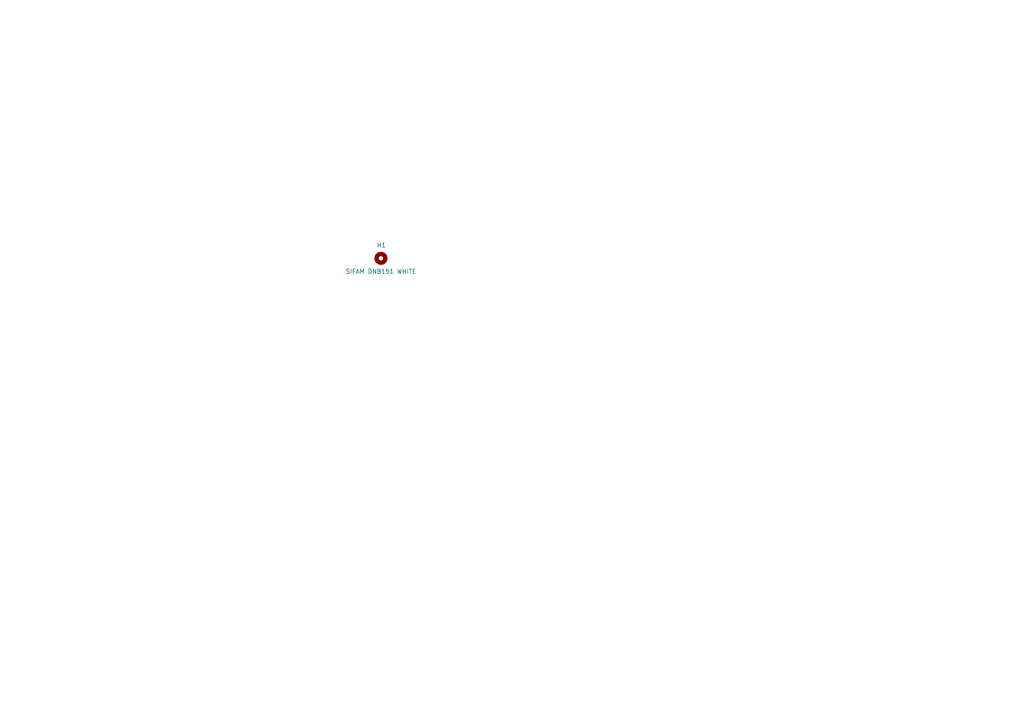
<source format=kicad_sch>
(kicad_sch (version 20211123) (generator eeschema)
  (paper "A4")
  (lib_symbols
    (symbol "Mechanical:MountingHole" (pin_names (offset 1.016))
      (property "Reference" "H" (at 0 5.08 0))
      (property "Value" "MountingHole" (at 0 3.175 0))
      (symbol "MountingHole_0_1"
        (circle (center 0 0) (radius 1.27) (stroke (width 1.27)))
      )
    )
  )
  (symbol (lib_id "Mechanical:MountingHole") (at 110.49 74.93 90) (mirror x) (unit 1)
    (property "Reference" "H1" (at 109.22 71.12 90) (effects (justify right)))
    (property "Value" "SIFAM DNB151 WHITE" (at 110.49 78.74 90))
    (property "Footprint" "Empty:Empty" (effects hide))
    (property "Device" "Knob" (effects hide))
    (property "Description" "White Large Skirt D - Sifam Plastic Knob" (effects hide))
    (property "Place" "No" (effects hide))
    (property "Dist" "Thonk" (effects hide))
    (property "DistLink" "https://www.thonk.co.uk/shop/intellijel-white-knobs/" (effects hide))
    (property "Simulator" "erb::AlphaPot <erb::SifamDbn151>" (effects hide))
  )
)
</source>
